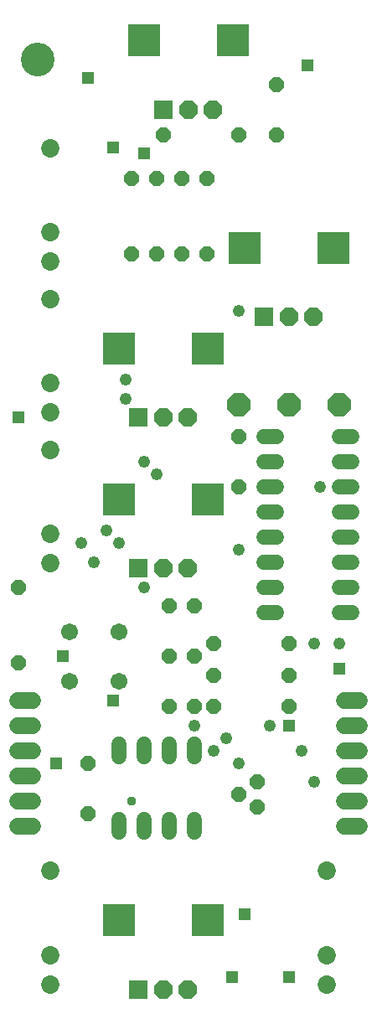
<source format=gbs>
G04 EAGLE Gerber RS-274X export*
G75*
%MOMM*%
%FSLAX34Y34*%
%LPD*%
%INSoldermask Bottom*%
%IPPOS*%
%AMOC8*
5,1,8,0,0,1.08239X$1,22.5*%
G01*
%ADD10C,3.403200*%
%ADD11C,1.727200*%
%ADD12C,1.853200*%
%ADD13R,1.879600X1.879600*%
%ADD14P,2.034460X8X292.500000*%
%ADD15R,3.319200X3.319200*%
%ADD16P,1.649562X8X292.500000*%
%ADD17P,1.649562X8X22.500000*%
%ADD18C,1.524000*%
%ADD19P,1.649562X8X202.500000*%
%ADD20C,1.711200*%
%ADD21P,1.649562X8X112.500000*%
%ADD22P,2.556822X8X112.500000*%
%ADD23C,1.219200*%
%ADD24R,1.209600X1.209600*%
%ADD25C,0.959600*%


D10*
X38100Y952500D03*
D11*
X33020Y177800D02*
X17780Y177800D01*
X17780Y203200D02*
X33020Y203200D01*
X33020Y228600D02*
X17780Y228600D01*
X17780Y254000D02*
X33020Y254000D01*
X33020Y279400D02*
X17780Y279400D01*
X17780Y304800D02*
X33020Y304800D01*
D12*
X50800Y132550D03*
X50800Y47550D03*
X50800Y17550D03*
X50800Y710400D03*
X50800Y625400D03*
X50800Y595400D03*
X50800Y558000D03*
X50800Y473000D03*
X50800Y443000D03*
X50800Y862800D03*
X50800Y777800D03*
X50800Y747800D03*
X330200Y132550D03*
X330200Y47550D03*
X330200Y17550D03*
D13*
X140100Y12550D03*
D14*
X165100Y12550D03*
X190100Y12550D03*
D15*
X210100Y82550D03*
X120100Y82550D03*
D13*
X140100Y590400D03*
D14*
X165100Y590400D03*
X190100Y590400D03*
D15*
X210100Y660400D03*
X120100Y660400D03*
D13*
X140100Y438000D03*
D14*
X165100Y438000D03*
X190100Y438000D03*
D15*
X210100Y508000D03*
X120100Y508000D03*
D13*
X267100Y692000D03*
D14*
X292100Y692000D03*
X317100Y692000D03*
D15*
X337100Y762000D03*
X247100Y762000D03*
D13*
X165500Y901550D03*
D14*
X190500Y901550D03*
X215500Y901550D03*
D15*
X235500Y971550D03*
X145500Y971550D03*
D16*
X158750Y831850D03*
X158750Y755650D03*
X209550Y831850D03*
X209550Y755650D03*
X133350Y831850D03*
X133350Y755650D03*
D17*
X165100Y876300D03*
X241300Y876300D03*
D16*
X184150Y831850D03*
X184150Y755650D03*
D18*
X196850Y260604D02*
X196850Y247396D01*
X171450Y247396D02*
X171450Y260604D01*
X146050Y260604D02*
X146050Y247396D01*
X120650Y247396D02*
X120650Y260604D01*
X120650Y184404D02*
X120650Y171196D01*
X146050Y171196D02*
X146050Y184404D01*
X171450Y184404D02*
X171450Y171196D01*
X196850Y171196D02*
X196850Y184404D01*
D17*
X215900Y361950D03*
X292100Y361950D03*
X215900Y330200D03*
X292100Y330200D03*
X215900Y298450D03*
X292100Y298450D03*
D19*
X196850Y400050D03*
X171450Y400050D03*
X196850Y349250D03*
X171450Y349250D03*
X196850Y298450D03*
X171450Y298450D03*
D16*
X88900Y241300D03*
X88900Y190500D03*
D20*
X70250Y324250D03*
X120250Y324250D03*
X120250Y374250D03*
X70250Y374250D03*
D21*
X19050Y342900D03*
X19050Y419100D03*
X260350Y196850D03*
X241300Y209550D03*
X260350Y222250D03*
X279400Y876300D03*
X279400Y927100D03*
D18*
X279654Y571500D02*
X266446Y571500D01*
X266446Y546100D02*
X279654Y546100D01*
X279654Y419100D02*
X266446Y419100D01*
X266446Y393700D02*
X279654Y393700D01*
X279654Y520700D02*
X266446Y520700D01*
X266446Y495300D02*
X279654Y495300D01*
X279654Y444500D02*
X266446Y444500D01*
X266446Y469900D02*
X279654Y469900D01*
X342646Y393700D02*
X355854Y393700D01*
X355854Y419100D02*
X342646Y419100D01*
X342646Y444500D02*
X355854Y444500D01*
X355854Y469900D02*
X342646Y469900D01*
X342646Y495300D02*
X355854Y495300D01*
X355854Y520700D02*
X342646Y520700D01*
X342646Y546100D02*
X355854Y546100D01*
X355854Y571500D02*
X342646Y571500D01*
D11*
X347980Y304800D02*
X363220Y304800D01*
X363220Y279400D02*
X347980Y279400D01*
X347980Y254000D02*
X363220Y254000D01*
X363220Y228600D02*
X347980Y228600D01*
X347980Y203200D02*
X363220Y203200D01*
X363220Y177800D02*
X347980Y177800D01*
D21*
X241300Y520700D03*
X241300Y571500D03*
D22*
X241300Y603250D03*
X292100Y603250D03*
X342900Y603250D03*
D23*
X342900Y361950D03*
X317500Y361950D03*
X317500Y222250D03*
D24*
X342900Y336550D03*
X247650Y88900D03*
X292100Y279400D03*
X292100Y25400D03*
X114300Y304800D03*
X57150Y241300D03*
X63500Y349250D03*
X311150Y946150D03*
X88900Y933450D03*
X114300Y863600D03*
X146050Y857250D03*
X19050Y590550D03*
X234950Y25400D03*
D23*
X146050Y419100D03*
D25*
X133350Y203200D03*
D23*
X120650Y463550D03*
X158750Y533400D03*
X107950Y476250D03*
X146050Y546100D03*
X228600Y266700D03*
X241300Y698500D03*
X82550Y463550D03*
X127000Y628650D03*
X95250Y444500D03*
X127000Y609600D03*
X273050Y279400D03*
X196850Y279400D03*
X215900Y254000D03*
X304800Y254000D03*
X241300Y457200D03*
X241300Y241300D03*
X323850Y520700D03*
M02*

</source>
